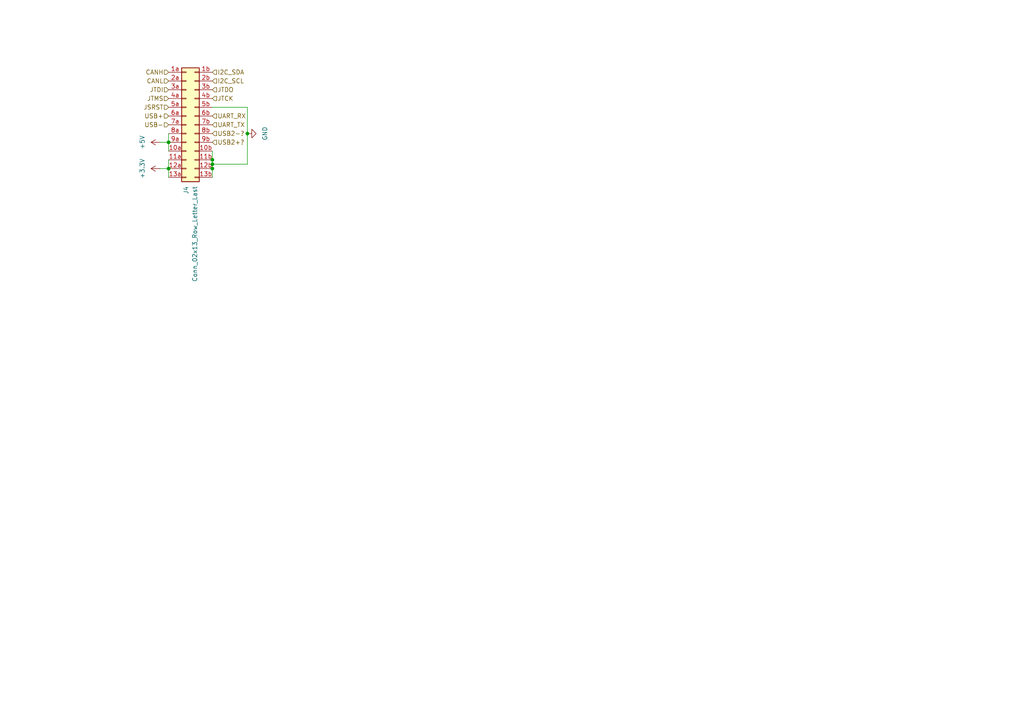
<source format=kicad_sch>
(kicad_sch (version 20231120) (generator "eeschema") (generator_version "8.0")
  (paper "A4")
  (lib_symbols
    (symbol "Connector_Generic:Conn_02x13_Row_Letter_Last" (pin_names (offset 1.016) hide)
      (property "Reference" "J" (at 1.27 17.78 0))
      (property "Value" "Conn_02x13_Row_Letter_Last" (at 1.27 -17.78 0))
      (symbol "Conn_02x13_Row_Letter_Last_1_1"
        (rectangle (start -1.27 -15.113) (end 0 -15.367) (stroke (width 0.1524)))
        (rectangle (start -1.27 -12.573) (end 0 -12.827) (stroke (width 0.1524)))
        (rectangle (start -1.27 -10.033) (end 0 -10.287) (stroke (width 0.1524)))
        (rectangle (start -1.27 -7.493) (end 0 -7.747) (stroke (width 0.1524)))
        (rectangle (start -1.27 -4.953) (end 0 -5.207) (stroke (width 0.1524)))
        (rectangle (start -1.27 -2.413) (end 0 -2.667) (stroke (width 0.1524)))
        (rectangle (start -1.27 0.127) (end 0 -0.127) (stroke (width 0.1524)))
        (rectangle (start -1.27 2.667) (end 0 2.413) (stroke (width 0.1524)))
        (rectangle (start -1.27 5.207) (end 0 4.953) (stroke (width 0.1524)))
        (rectangle (start -1.27 7.747) (end 0 7.493) (stroke (width 0.1524)))
        (rectangle (start -1.27 10.287) (end 0 10.033) (stroke (width 0.1524)))
        (rectangle (start -1.27 12.827) (end 0 12.573) (stroke (width 0.1524)))
        (rectangle (start -1.27 15.367) (end 0 15.113) (stroke (width 0.1524)))
        (rectangle (start -1.27 16.51) (end 3.81 -16.51) (stroke (width 0.254)) (fill (type background)))
        (rectangle (start 3.81 -15.113) (end 2.54 -15.367) (stroke (width 0.1524)))
        (rectangle (start 3.81 -12.573) (end 2.54 -12.827) (stroke (width 0.1524)))
        (rectangle (start 3.81 -10.033) (end 2.54 -10.287) (stroke (width 0.1524)))
        (rectangle (start 3.81 -7.493) (end 2.54 -7.747) (stroke (width 0.1524)))
        (rectangle (start 3.81 -4.953) (end 2.54 -5.207) (stroke (width 0.1524)))
        (rectangle (start 3.81 -2.413) (end 2.54 -2.667) (stroke (width 0.1524)))
        (rectangle (start 3.81 0.127) (end 2.54 -0.127) (stroke (width 0.1524)))
        (rectangle (start 3.81 2.667) (end 2.54 2.413) (stroke (width 0.1524)))
        (rectangle (start 3.81 5.207) (end 2.54 4.953) (stroke (width 0.1524)))
        (rectangle (start 3.81 7.747) (end 2.54 7.493) (stroke (width 0.1524)))
        (rectangle (start 3.81 10.287) (end 2.54 10.033) (stroke (width 0.1524)))
        (rectangle (start 3.81 12.827) (end 2.54 12.573) (stroke (width 0.1524)))
        (rectangle (start 3.81 15.367) (end 2.54 15.113) (stroke (width 0.1524)))
        (pin passive line (at -5.08 -7.62 0) (length 3.81) (name "Pin_10a") (number "10a"))
        (pin passive line (at 7.62 -7.62 180) (length 3.81) (name "Pin_10b") (number "10b"))
        (pin passive line (at -5.08 -10.16 0) (length 3.81) (name "Pin_11a") (number "11a"))
        (pin passive line (at 7.62 -10.16 180) (length 3.81) (name "Pin_11b") (number "11b"))
        (pin passive line (at -5.08 -12.7 0) (length 3.81) (name "Pin_12a") (number "12a"))
        (pin passive line (at 7.62 -12.7 180) (length 3.81) (name "Pin_12b") (number "12b"))
        (pin passive line (at -5.08 -15.24 0) (length 3.81) (name "Pin_13a") (number "13a"))
        (pin passive line (at 7.62 -15.24 180) (length 3.81) (name "Pin_13b") (number "13b"))
        (pin passive line (at -5.08 15.24 0) (length 3.81) (name "Pin_1a") (number "1a"))
        (pin passive line (at 7.62 15.24 180) (length 3.81) (name "Pin_1b") (number "1b"))
        (pin passive line (at -5.08 12.7 0) (length 3.81) (name "Pin_2a") (number "2a"))
        (pin passive line (at 7.62 12.7 180) (length 3.81) (name "Pin_2b") (number "2b"))
        (pin passive line (at -5.08 10.16 0) (length 3.81) (name "Pin_3a") (number "3a"))
        (pin passive line (at 7.62 10.16 180) (length 3.81) (name "Pin_3b") (number "3b"))
        (pin passive line (at -5.08 7.62 0) (length 3.81) (name "Pin_4a") (number "4a"))
        (pin passive line (at 7.62 7.62 180) (length 3.81) (name "Pin_4b") (number "4b"))
        (pin passive line (at -5.08 5.08 0) (length 3.81) (name "Pin_5a") (number "5a"))
        (pin passive line (at 7.62 5.08 180) (length 3.81) (name "Pin_5b") (number "5b"))
        (pin passive line (at -5.08 2.54 0) (length 3.81) (name "Pin_6a") (number "6a"))
        (pin passive line (at 7.62 2.54 180) (length 3.81) (name "Pin_6b") (number "6b"))
        (pin passive line (at -5.08 0 0) (length 3.81) (name "Pin_7a") (number "7a"))
        (pin passive line (at 7.62 0 180) (length 3.81) (name "Pin_7b") (number "7b"))
        (pin passive line (at -5.08 -2.54 0) (length 3.81) (name "Pin_8a") (number "8a"))
        (pin passive line (at 7.62 -2.54 180) (length 3.81) (name "Pin_8b") (number "8b"))
        (pin passive line (at -5.08 -5.08 0) (length 3.81) (name "Pin_9a") (number "9a"))
        (pin passive line (at 7.62 -5.08 180) (length 3.81) (name "Pin_9b") (number "9b"))
      )
    )
    (symbol "power:+3.3V" (power) (pin_numbers hide) (pin_names (offset 0) hide)
      (property "Value" "+3.3V" (at 0 3.556 0))
      (symbol "+3.3V_0_1"
        (polyline (pts (xy -0.762 1.27) (xy 0 2.54)))
        (polyline (pts (xy 0 0) (xy 0 2.54)))
        (polyline (pts (xy 0 2.54) (xy 0.762 1.27)))
      )
      (symbol "+3.3V_1_1"
        (pin power_in line (at 0 0 90) (length 0) (name "~") (number "1"))
      )
    )
    (symbol "power:+5V" (power) (pin_numbers hide) (pin_names (offset 0) hide)
      (property "Value" "+5V" (at 0 3.556 0))
      (symbol "+5V_0_1"
        (polyline (pts (xy -0.762 1.27) (xy 0 2.54)))
        (polyline (pts (xy 0 0) (xy 0 2.54)))
        (polyline (pts (xy 0 2.54) (xy 0.762 1.27)))
      )
      (symbol "+5V_1_1"
        (pin power_in line (at 0 0 90) (length 0) (name "~") (number "1"))
      )
    )
    (symbol "power:GND" (power) (pin_numbers hide) (pin_names (offset 0) hide)
      (property "Value" "GND" (at 0 -3.81 0))
      (symbol "GND_0_1"
        (polyline (pts (xy 0 0) (xy 0 -1.27) (xy 1.27 -1.27) (xy 0 -2.54) (xy -1.27 -1.27) (xy 0 -1.27)))
      )
      (symbol "GND_1_1"
        (pin power_in line (at 0 0 270) (length 0) (name "~") (number "1"))
      )
    )
  )
  (junction (at 48.895 41.275))
  (junction (at 61.595 46.355))
  (junction (at 61.595 47.625))
  (junction (at 61.595 48.895))
  (junction (at 71.755 38.735))
  (junction (at 48.895 48.895))
  (wire (pts (xy 48.895 41.275) (xy 48.895 38.735)))
  (wire (pts (xy 48.895 43.815) (xy 48.895 41.275)))
  (wire (pts (xy 48.895 51.435) (xy 48.895 48.895)))
  (wire (pts (xy 46.355 41.275) (xy 48.895 41.275)))
  (wire (pts (xy 71.755 47.625) (xy 71.755 38.735)))
  (wire (pts (xy 61.595 51.435) (xy 61.595 48.895)))
  (wire (pts (xy 61.595 46.355) (xy 61.595 43.815)))
  (wire (pts (xy 61.595 47.625) (xy 61.595 46.355)))
  (wire (pts (xy 48.895 48.895) (xy 48.895 46.355)))
  (wire (pts (xy 61.595 47.625) (xy 71.755 47.625)))
  (wire (pts (xy 71.755 38.735) (xy 71.755 31.115)))
  (wire (pts (xy 46.355 48.895) (xy 48.895 48.895)))
  (wire (pts (xy 61.595 48.895) (xy 61.595 47.625)))
  (wire (pts (xy 71.755 31.115) (xy 61.595 31.115)))
  (hierarchical_label "USB2+?" (shape input) (at 61.595 41.275 0))
  (hierarchical_label "UART_RX" (shape input) (at 61.595 33.655 0))
  (hierarchical_label "JTCK" (shape input) (at 61.595 28.575 0))
  (hierarchical_label "USB+" (shape input) (at 48.895 33.655 180))
  (hierarchical_label "USB-" (shape input) (at 48.895 36.195 180))
  (hierarchical_label "CANH" (shape input) (at 48.895 20.955 180))
  (hierarchical_label "I2C_SCL" (shape input) (at 61.595 23.495 0))
  (hierarchical_label "CANL" (shape input) (at 48.895 23.495 180))
  (hierarchical_label "JTMS" (shape input) (at 48.895 28.575 180))
  (hierarchical_label "UART_TX" (shape input) (at 61.595 36.195 0))
  (hierarchical_label "JTDI" (shape input) (at 48.895 26.035 180))
  (hierarchical_label "JSRST" (shape input) (at 48.895 31.115 180))
  (hierarchical_label "I2C_SDA" (shape input) (at 61.595 20.955 0))
  (hierarchical_label "JTDO" (shape input) (at 61.595 26.035 0))
  (hierarchical_label "USB2-?" (shape input) (at 61.595 38.735 0))
  (symbol (lib_id "power:GND") (at 71.755 38.735 90) (unit 1)
    (property "Reference" "#PWR015" (effects (hide yes)))
    (property "Value" "GND" (at 76.835 38.735 0))
    (property "Description" "Power symbol creates a global label with name \"GND\" , ground" (effects (hide yes)))
  )
  (symbol (lib_id "power:+5V") (at 46.355 41.275 90) (unit 1)
    (property "Reference" "#PWR017" (effects (hide yes)))
    (property "Value" "+5V" (at 41.275 41.275 0))
    (property "Description" "Power symbol creates a global label with name \"+5V\"" (effects (hide yes)))
  )
  (symbol (lib_id "power:+3.3V") (at 46.355 48.895 90) (unit 1)
    (property "Reference" "#PWR016" (effects (hide yes)))
    (property "Value" "+3.3V" (at 41.275 48.895 0))
    (property "Description" "Power symbol creates a global label with name \"+3.3V\"" (effects (hide yes)))
  )
  (symbol (lib_id "Connector_Generic:Conn_02x13_Row_Letter_Last") (at 53.975 36.195 0) (unit 1)
    (property "Reference" "J4" (at 53.9749 53.975 90) (effects (justify right)))
    (property "Value" "Conn_02x13_Row_Letter_Last" (at 56.5149 53.975 90) (effects (justify right)))
    (property "Footprint" "Connector_Samtec_HSEC8:Samtec_HSEC8-113-X-X-DV_2x13_P0.8mm_Wing_Edge" (effects (hide yes)))
    (property "Description" "Generic connector, double row, 02x13, row letter last pin numbering scheme (pin number consists of a letter for the row and a number for the pin index in this row. 1a, ..., Na; 1b, ..., Nb)), script generated (kicad-library-utils/schlib/autogen/connector/)" (effects (hide yes)))
  )
)
</source>
